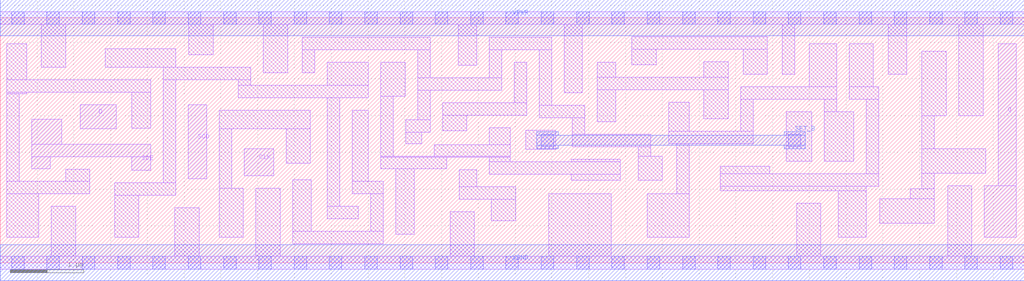
<source format=lef>
# Copyright 2020 The SkyWater PDK Authors
#
# Licensed under the Apache License, Version 2.0 (the "License");
# you may not use this file except in compliance with the License.
# You may obtain a copy of the License at
#
#     https://www.apache.org/licenses/LICENSE-2.0
#
# Unless required by applicable law or agreed to in writing, software
# distributed under the License is distributed on an "AS IS" BASIS,
# WITHOUT WARRANTIES OR CONDITIONS OF ANY KIND, either express or implied.
# See the License for the specific language governing permissions and
# limitations under the License.
#
# SPDX-License-Identifier: Apache-2.0

VERSION 5.7 ;
  NOWIREEXTENSIONATPIN ON ;
  DIVIDERCHAR "/" ;
  BUSBITCHARS "[]" ;
UNITS
  DATABASE MICRONS 200 ;
END UNITS
MACRO sky130_fd_sc_hs__sdfstp_1
  CLASS CORE ;
  FOREIGN sky130_fd_sc_hs__sdfstp_1 ;
  ORIGIN  0.000000  0.000000 ;
  SIZE  13.92000 BY  3.330000 ;
  SYMMETRY X Y ;
  SITE unit ;
  PIN D
    ANTENNAGATEAREA  0.159000 ;
    DIRECTION INPUT ;
    USE SIGNAL ;
    PORT
      LAYER li1 ;
        RECT 1.085000 1.820000 1.580000 2.150000 ;
    END
  END D
  PIN Q
    ANTENNADIFFAREA  0.530100 ;
    DIRECTION OUTPUT ;
    USE SIGNAL ;
    PORT
      LAYER li1 ;
        RECT 13.380000 0.350000 13.815000 1.050000 ;
        RECT 13.565000 1.050000 13.815000 2.980000 ;
    END
  END Q
  PIN SCD
    ANTENNAGATEAREA  0.159000 ;
    DIRECTION INPUT ;
    USE SIGNAL ;
    PORT
      LAYER li1 ;
        RECT 2.555000 1.140000 2.805000 2.150000 ;
    END
  END SCD
  PIN SCE
    ANTENNAGATEAREA  0.318000 ;
    DIRECTION INPUT ;
    USE SIGNAL ;
    PORT
      LAYER li1 ;
        RECT 0.425000 1.280000 0.680000 1.440000 ;
        RECT 0.425000 1.440000 2.045000 1.610000 ;
        RECT 0.425000 1.610000 0.835000 1.950000 ;
        RECT 1.790000 1.260000 2.045000 1.440000 ;
    END
  END SCE
  PIN SET_B
    ANTENNAGATEAREA  0.252000 ;
    DIRECTION INPUT ;
    USE SIGNAL ;
    PORT
      LAYER met1 ;
        RECT  7.295000 1.550000  7.585000 1.595000 ;
        RECT  7.295000 1.595000 10.945000 1.735000 ;
        RECT  7.295000 1.735000  7.585000 1.780000 ;
        RECT 10.655000 1.550000 10.945000 1.595000 ;
        RECT 10.655000 1.735000 10.945000 1.780000 ;
    END
  END SET_B
  PIN CLK
    ANTENNAGATEAREA  0.279000 ;
    DIRECTION INPUT ;
    USE CLOCK ;
    PORT
      LAYER li1 ;
        RECT 3.315000 1.180000 3.715000 1.550000 ;
    END
  END CLK
  PIN VGND
    DIRECTION INOUT ;
    USE GROUND ;
    PORT
      LAYER met1 ;
        RECT 0.000000 -0.245000 13.920000 0.245000 ;
    END
  END VGND
  PIN VPWR
    DIRECTION INOUT ;
    USE POWER ;
    PORT
      LAYER met1 ;
        RECT 0.000000 3.085000 13.920000 3.575000 ;
    END
  END VPWR
  OBS
    LAYER li1 ;
      RECT  0.000000 -0.085000 13.920000 0.085000 ;
      RECT  0.000000  3.245000 13.920000 3.415000 ;
      RECT  0.085000  0.350000  0.525000 0.940000 ;
      RECT  0.085000  0.940000  1.220000 1.110000 ;
      RECT  0.085000  1.110000  0.255000 2.300000 ;
      RECT  0.085000  2.300000  0.360000 2.320000 ;
      RECT  0.085000  2.320000  2.045000 2.490000 ;
      RECT  0.085000  2.490000  0.360000 2.980000 ;
      RECT  0.560000  2.660000  0.890000 3.245000 ;
      RECT  0.695000  0.085000  1.025000 0.770000 ;
      RECT  0.890000  1.110000  1.220000 1.270000 ;
      RECT  1.430000  2.660000  2.385000 2.910000 ;
      RECT  1.555000  0.350000  1.885000 0.920000 ;
      RECT  1.555000  0.920000  2.385000 1.090000 ;
      RECT  1.790000  1.830000  2.045000 2.320000 ;
      RECT  2.215000  1.090000  2.385000 2.490000 ;
      RECT  2.215000  2.490000  3.405000 2.660000 ;
      RECT  2.375000  0.085000  2.705000 0.750000 ;
      RECT  2.565000  2.830000  2.895000 3.245000 ;
      RECT  2.975000  0.350000  3.305000 1.010000 ;
      RECT  2.975000  1.010000  3.145000 1.820000 ;
      RECT  2.975000  1.820000  4.215000 2.070000 ;
      RECT  3.235000  2.240000  5.005000 2.410000 ;
      RECT  3.235000  2.410000  3.405000 2.490000 ;
      RECT  3.475000  0.085000  3.805000 1.010000 ;
      RECT  3.575000  2.580000  3.905000 3.245000 ;
      RECT  3.885000  1.350000  4.215000 1.820000 ;
      RECT  3.975000  0.255000  5.205000 0.425000 ;
      RECT  3.975000  0.425000  4.225000 1.130000 ;
      RECT  4.105000  2.580000  4.275000 2.895000 ;
      RECT  4.105000  2.895000  5.845000 3.065000 ;
      RECT  4.445000  0.595000  4.865000 0.765000 ;
      RECT  4.445000  0.765000  4.615000 2.240000 ;
      RECT  4.445000  2.410000  5.005000 2.725000 ;
      RECT  4.785000  0.935000  5.205000 1.105000 ;
      RECT  4.785000  1.105000  5.005000 2.070000 ;
      RECT  5.035000  0.425000  5.205000 0.935000 ;
      RECT  5.175000  1.275000  6.070000 1.435000 ;
      RECT  5.175000  1.435000  6.935000 1.445000 ;
      RECT  5.175000  1.445000  5.345000 2.265000 ;
      RECT  5.175000  2.265000  5.505000 2.725000 ;
      RECT  5.375000  0.385000  5.625000 1.275000 ;
      RECT  5.515000  1.615000  5.730000 1.775000 ;
      RECT  5.515000  1.775000  5.845000 1.945000 ;
      RECT  5.675000  1.945000  5.845000 2.345000 ;
      RECT  5.675000  2.345000  6.815000 2.515000 ;
      RECT  5.675000  2.515000  5.845000 2.895000 ;
      RECT  5.900000  1.445000  6.935000 1.605000 ;
      RECT  6.015000  1.795000  6.345000 2.005000 ;
      RECT  6.015000  2.005000  7.155000 2.175000 ;
      RECT  6.115000  0.085000  6.445000 0.690000 ;
      RECT  6.225000  2.685000  6.475000 3.245000 ;
      RECT  6.240000  0.860000  7.005000 1.030000 ;
      RECT  6.240000  1.030000  6.480000 1.265000 ;
      RECT  6.645000  2.515000  6.815000 2.895000 ;
      RECT  6.645000  2.895000  7.495000 3.065000 ;
      RECT  6.650000  1.200000  8.430000 1.370000 ;
      RECT  6.650000  1.370000  6.935000 1.435000 ;
      RECT  6.650000  1.605000  6.935000 1.835000 ;
      RECT  6.675000  0.570000  7.005000 0.860000 ;
      RECT  6.985000  2.175000  7.155000 2.725000 ;
      RECT  7.145000  1.540000  7.555000 1.800000 ;
      RECT  7.325000  1.970000  7.945000 2.140000 ;
      RECT  7.325000  2.140000  7.495000 2.895000 ;
      RECT  7.455000  0.085000  8.305000 0.940000 ;
      RECT  7.665000  2.310000  7.915000 3.245000 ;
      RECT  7.760000  1.120000  8.430000 1.200000 ;
      RECT  7.760000  1.370000  8.430000 1.410000 ;
      RECT  7.775000  1.580000  8.840000 1.750000 ;
      RECT  7.775000  1.750000  7.945000 1.970000 ;
      RECT  8.115000  1.920000  8.365000 2.350000 ;
      RECT  8.115000  2.350000  9.895000 2.520000 ;
      RECT  8.115000  2.520000  8.365000 2.725000 ;
      RECT  8.585000  2.690000  8.915000 2.905000 ;
      RECT  8.585000  2.905000 10.430000 3.075000 ;
      RECT  8.670000  1.120000  9.000000 1.450000 ;
      RECT  8.670000  1.450000  8.840000 1.580000 ;
      RECT  8.795000  0.350000  9.365000 0.940000 ;
      RECT  9.090000  1.620000 10.235000 1.790000 ;
      RECT  9.090000  1.790000  9.365000 2.180000 ;
      RECT  9.195000  0.940000  9.365000 1.620000 ;
      RECT  9.565000  1.960000  9.895000 2.350000 ;
      RECT  9.565000  2.520000  9.895000 2.735000 ;
      RECT  9.790000  0.980000 11.770000 1.040000 ;
      RECT  9.790000  1.040000 11.940000 1.210000 ;
      RECT  9.790000  1.210000 10.460000 1.310000 ;
      RECT 10.065000  1.790000 10.235000 2.220000 ;
      RECT 10.065000  2.220000 11.370000 2.390000 ;
      RECT 10.100000  2.560000 10.430000 2.905000 ;
      RECT 10.630000  2.560000 10.800000 3.245000 ;
      RECT 10.685000  1.380000 11.030000 2.050000 ;
      RECT 10.825000  0.085000 11.155000 0.810000 ;
      RECT 11.000000  2.390000 11.370000 2.980000 ;
      RECT 11.200000  1.380000 11.600000 2.050000 ;
      RECT 11.200000  2.050000 11.370000 2.220000 ;
      RECT 11.395000  0.350000 11.770000 0.980000 ;
      RECT 11.540000  2.220000 11.940000 2.390000 ;
      RECT 11.540000  2.390000 11.870000 2.980000 ;
      RECT 11.770000  1.210000 11.940000 2.220000 ;
      RECT 11.955000  0.540000 12.700000 0.870000 ;
      RECT 12.070000  2.560000 12.320000 3.245000 ;
      RECT 12.370000  0.870000 12.700000 1.005000 ;
      RECT 12.530000  1.005000 12.700000 1.220000 ;
      RECT 12.530000  1.220000 13.395000 1.550000 ;
      RECT 12.530000  1.550000 12.700000 1.995000 ;
      RECT 12.530000  1.995000 12.860000 2.875000 ;
      RECT 12.880000  0.085000 13.210000 1.050000 ;
      RECT 13.030000  1.995000 13.360000 3.245000 ;
    LAYER mcon ;
      RECT  0.155000 -0.085000  0.325000 0.085000 ;
      RECT  0.155000  3.245000  0.325000 3.415000 ;
      RECT  0.635000 -0.085000  0.805000 0.085000 ;
      RECT  0.635000  3.245000  0.805000 3.415000 ;
      RECT  1.115000 -0.085000  1.285000 0.085000 ;
      RECT  1.115000  3.245000  1.285000 3.415000 ;
      RECT  1.595000 -0.085000  1.765000 0.085000 ;
      RECT  1.595000  3.245000  1.765000 3.415000 ;
      RECT  2.075000 -0.085000  2.245000 0.085000 ;
      RECT  2.075000  3.245000  2.245000 3.415000 ;
      RECT  2.555000 -0.085000  2.725000 0.085000 ;
      RECT  2.555000  3.245000  2.725000 3.415000 ;
      RECT  3.035000 -0.085000  3.205000 0.085000 ;
      RECT  3.035000  3.245000  3.205000 3.415000 ;
      RECT  3.515000 -0.085000  3.685000 0.085000 ;
      RECT  3.515000  3.245000  3.685000 3.415000 ;
      RECT  3.995000 -0.085000  4.165000 0.085000 ;
      RECT  3.995000  3.245000  4.165000 3.415000 ;
      RECT  4.475000 -0.085000  4.645000 0.085000 ;
      RECT  4.475000  3.245000  4.645000 3.415000 ;
      RECT  4.955000 -0.085000  5.125000 0.085000 ;
      RECT  4.955000  3.245000  5.125000 3.415000 ;
      RECT  5.435000 -0.085000  5.605000 0.085000 ;
      RECT  5.435000  3.245000  5.605000 3.415000 ;
      RECT  5.915000 -0.085000  6.085000 0.085000 ;
      RECT  5.915000  3.245000  6.085000 3.415000 ;
      RECT  6.395000 -0.085000  6.565000 0.085000 ;
      RECT  6.395000  3.245000  6.565000 3.415000 ;
      RECT  6.875000 -0.085000  7.045000 0.085000 ;
      RECT  6.875000  3.245000  7.045000 3.415000 ;
      RECT  7.355000 -0.085000  7.525000 0.085000 ;
      RECT  7.355000  1.580000  7.525000 1.750000 ;
      RECT  7.355000  3.245000  7.525000 3.415000 ;
      RECT  7.835000 -0.085000  8.005000 0.085000 ;
      RECT  7.835000  3.245000  8.005000 3.415000 ;
      RECT  8.315000 -0.085000  8.485000 0.085000 ;
      RECT  8.315000  3.245000  8.485000 3.415000 ;
      RECT  8.795000 -0.085000  8.965000 0.085000 ;
      RECT  8.795000  3.245000  8.965000 3.415000 ;
      RECT  9.275000 -0.085000  9.445000 0.085000 ;
      RECT  9.275000  3.245000  9.445000 3.415000 ;
      RECT  9.755000 -0.085000  9.925000 0.085000 ;
      RECT  9.755000  3.245000  9.925000 3.415000 ;
      RECT 10.235000 -0.085000 10.405000 0.085000 ;
      RECT 10.235000  3.245000 10.405000 3.415000 ;
      RECT 10.715000 -0.085000 10.885000 0.085000 ;
      RECT 10.715000  1.580000 10.885000 1.750000 ;
      RECT 10.715000  3.245000 10.885000 3.415000 ;
      RECT 11.195000 -0.085000 11.365000 0.085000 ;
      RECT 11.195000  3.245000 11.365000 3.415000 ;
      RECT 11.675000 -0.085000 11.845000 0.085000 ;
      RECT 11.675000  3.245000 11.845000 3.415000 ;
      RECT 12.155000 -0.085000 12.325000 0.085000 ;
      RECT 12.155000  3.245000 12.325000 3.415000 ;
      RECT 12.635000 -0.085000 12.805000 0.085000 ;
      RECT 12.635000  3.245000 12.805000 3.415000 ;
      RECT 13.115000 -0.085000 13.285000 0.085000 ;
      RECT 13.115000  3.245000 13.285000 3.415000 ;
      RECT 13.595000 -0.085000 13.765000 0.085000 ;
      RECT 13.595000  3.245000 13.765000 3.415000 ;
  END
END sky130_fd_sc_hs__sdfstp_1
END LIBRARY

</source>
